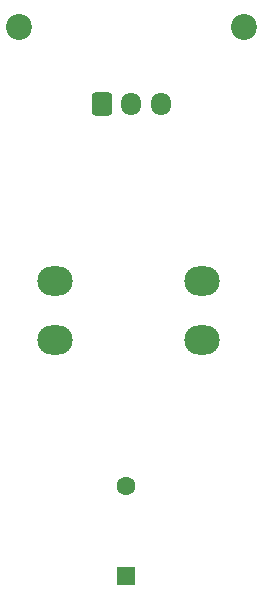
<source format=gbr>
%TF.GenerationSoftware,KiCad,Pcbnew,9.0.7*%
%TF.CreationDate,2026-01-18T23:44:21-08:00*%
%TF.ProjectId,STM32_HID_controller-right,53544d33-325f-4484-9944-5f636f6e7472,rev?*%
%TF.SameCoordinates,Original*%
%TF.FileFunction,Soldermask,Top*%
%TF.FilePolarity,Negative*%
%FSLAX46Y46*%
G04 Gerber Fmt 4.6, Leading zero omitted, Abs format (unit mm)*
G04 Created by KiCad (PCBNEW 9.0.7) date 2026-01-18 23:44:21*
%MOMM*%
%LPD*%
G01*
G04 APERTURE LIST*
G04 Aperture macros list*
%AMRoundRect*
0 Rectangle with rounded corners*
0 $1 Rounding radius*
0 $2 $3 $4 $5 $6 $7 $8 $9 X,Y pos of 4 corners*
0 Add a 4 corners polygon primitive as box body*
4,1,4,$2,$3,$4,$5,$6,$7,$8,$9,$2,$3,0*
0 Add four circle primitives for the rounded corners*
1,1,$1+$1,$2,$3*
1,1,$1+$1,$4,$5*
1,1,$1+$1,$6,$7*
1,1,$1+$1,$8,$9*
0 Add four rect primitives between the rounded corners*
20,1,$1+$1,$2,$3,$4,$5,0*
20,1,$1+$1,$4,$5,$6,$7,0*
20,1,$1+$1,$6,$7,$8,$9,0*
20,1,$1+$1,$8,$9,$2,$3,0*%
G04 Aperture macros list end*
%ADD10RoundRect,0.250000X0.550000X-0.550000X0.550000X0.550000X-0.550000X0.550000X-0.550000X-0.550000X0*%
%ADD11C,1.600000*%
%ADD12C,2.200000*%
%ADD13O,3.000000X2.500000*%
%ADD14RoundRect,0.250000X-0.600000X-0.725000X0.600000X-0.725000X0.600000X0.725000X-0.600000X0.725000X0*%
%ADD15O,1.700000X1.950000*%
G04 APERTURE END LIST*
D10*
%TO.C,trigger1*%
X132000000Y-180000000D03*
D11*
X132000000Y-172380000D03*
%TD*%
D12*
%TO.C,H2*%
X123000000Y-133500000D03*
%TD*%
%TO.C,H1*%
X142000000Y-133500000D03*
%TD*%
D13*
%TO.C,shoulder1*%
X126000000Y-155000000D03*
X138500000Y-155000000D03*
X126000000Y-160000000D03*
X138500000Y-160000000D03*
%TD*%
D14*
%TO.C,J4*%
X130000000Y-140000000D03*
D15*
X132500000Y-140000000D03*
X135000000Y-140000000D03*
%TD*%
M02*

</source>
